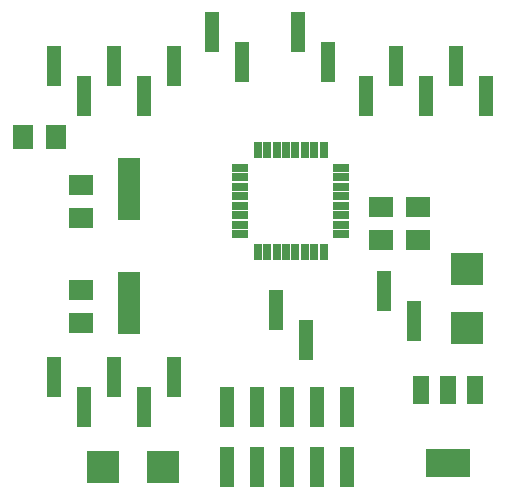
<source format=gts>
G75*
%MOIN*%
%OFA0B0*%
%FSLAX24Y24*%
%IPPOS*%
%LPD*%
%AMOC8*
5,1,8,0,0,1.08239X$1,22.5*
%
%ADD10R,0.0580X0.0300*%
%ADD11R,0.0300X0.0580*%
%ADD12R,0.0480X0.1380*%
%ADD13R,0.0780X0.2080*%
%ADD14R,0.0789X0.0710*%
%ADD15R,0.0560X0.0960*%
%ADD16R,0.1497X0.0946*%
%ADD17R,0.0790X0.0710*%
%ADD18R,0.0710X0.0790*%
%ADD19R,0.1064X0.1084*%
%ADD20R,0.1084X0.1064*%
D10*
X009997Y010710D03*
X009997Y011025D03*
X009997Y011340D03*
X009997Y011655D03*
X009997Y011970D03*
X009997Y012285D03*
X009997Y012600D03*
X009997Y012915D03*
X013377Y012915D03*
X013377Y012600D03*
X013377Y012285D03*
X013377Y011970D03*
X013377Y011655D03*
X013377Y011340D03*
X013377Y011025D03*
X013377Y010710D03*
D11*
X012790Y010122D03*
X012475Y010122D03*
X012160Y010122D03*
X011845Y010122D03*
X011530Y010122D03*
X011215Y010122D03*
X010900Y010122D03*
X010585Y010122D03*
X010585Y013502D03*
X010900Y013502D03*
X011215Y013502D03*
X011530Y013502D03*
X011845Y013502D03*
X012160Y013502D03*
X012475Y013502D03*
X012790Y013502D03*
D12*
X004812Y004937D03*
X003812Y005937D03*
X005812Y005937D03*
X006812Y004937D03*
X007812Y005937D03*
X009562Y004937D03*
X010562Y004937D03*
X011562Y004937D03*
X012562Y004937D03*
X013562Y004937D03*
X013562Y002937D03*
X012562Y002937D03*
X011562Y002937D03*
X010562Y002937D03*
X009562Y002937D03*
X012187Y007187D03*
X011187Y008187D03*
X014812Y008812D03*
X015812Y007812D03*
X016187Y015312D03*
X015187Y016312D03*
X014187Y015312D03*
X012937Y016437D03*
X011937Y017437D03*
X010062Y016437D03*
X009062Y017437D03*
X007812Y016312D03*
X006812Y015312D03*
X005812Y016312D03*
X004812Y015312D03*
X003812Y016312D03*
X017187Y016312D03*
X018187Y015312D03*
D13*
X006312Y012212D03*
X006312Y008412D03*
D14*
X004687Y008864D03*
X004687Y007761D03*
X004687Y011261D03*
X004687Y012364D03*
D15*
X016028Y005532D03*
X016937Y005532D03*
X017847Y005532D03*
D16*
X016937Y003092D03*
D17*
X015937Y010503D03*
X015937Y011622D03*
X014687Y011622D03*
X014687Y010503D03*
D18*
X003872Y013937D03*
X002753Y013937D03*
D19*
X017562Y009556D03*
X017562Y007568D03*
D20*
X007431Y002937D03*
X005443Y002937D03*
M02*

</source>
